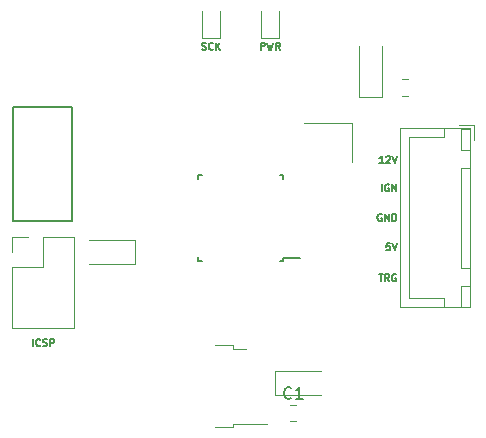
<source format=gbr>
G04 #@! TF.GenerationSoftware,KiCad,Pcbnew,(5.1.6-0-10_14)*
G04 #@! TF.CreationDate,2020-09-06T19:08:14+02:00*
G04 #@! TF.ProjectId,Tachometer pcb,54616368-6f6d-4657-9465-72207063622e,V2.0*
G04 #@! TF.SameCoordinates,Original*
G04 #@! TF.FileFunction,Legend,Top*
G04 #@! TF.FilePolarity,Positive*
%FSLAX46Y46*%
G04 Gerber Fmt 4.6, Leading zero omitted, Abs format (unit mm)*
G04 Created by KiCad (PCBNEW (5.1.6-0-10_14)) date 2020-09-06 19:08:14*
%MOMM*%
%LPD*%
G01*
G04 APERTURE LIST*
%ADD10C,0.150000*%
%ADD11C,0.120000*%
%ADD12C,0.127000*%
G04 APERTURE END LIST*
D10*
X137414285Y-115871428D02*
X137414285Y-115271428D01*
X138042857Y-115814285D02*
X138014285Y-115842857D01*
X137928571Y-115871428D01*
X137871428Y-115871428D01*
X137785714Y-115842857D01*
X137728571Y-115785714D01*
X137700000Y-115728571D01*
X137671428Y-115614285D01*
X137671428Y-115528571D01*
X137700000Y-115414285D01*
X137728571Y-115357142D01*
X137785714Y-115300000D01*
X137871428Y-115271428D01*
X137928571Y-115271428D01*
X138014285Y-115300000D01*
X138042857Y-115328571D01*
X138271428Y-115842857D02*
X138357142Y-115871428D01*
X138500000Y-115871428D01*
X138557142Y-115842857D01*
X138585714Y-115814285D01*
X138614285Y-115757142D01*
X138614285Y-115700000D01*
X138585714Y-115642857D01*
X138557142Y-115614285D01*
X138500000Y-115585714D01*
X138385714Y-115557142D01*
X138328571Y-115528571D01*
X138300000Y-115500000D01*
X138271428Y-115442857D01*
X138271428Y-115385714D01*
X138300000Y-115328571D01*
X138328571Y-115300000D01*
X138385714Y-115271428D01*
X138528571Y-115271428D01*
X138614285Y-115300000D01*
X138871428Y-115871428D02*
X138871428Y-115271428D01*
X139100000Y-115271428D01*
X139157142Y-115300000D01*
X139185714Y-115328571D01*
X139214285Y-115385714D01*
X139214285Y-115471428D01*
X139185714Y-115528571D01*
X139157142Y-115557142D01*
X139100000Y-115585714D01*
X138871428Y-115585714D01*
X156700000Y-90771428D02*
X156700000Y-90171428D01*
X156928571Y-90171428D01*
X156985714Y-90200000D01*
X157014285Y-90228571D01*
X157042857Y-90285714D01*
X157042857Y-90371428D01*
X157014285Y-90428571D01*
X156985714Y-90457142D01*
X156928571Y-90485714D01*
X156700000Y-90485714D01*
X157242857Y-90171428D02*
X157385714Y-90771428D01*
X157500000Y-90342857D01*
X157614285Y-90771428D01*
X157757142Y-90171428D01*
X158328571Y-90771428D02*
X158128571Y-90485714D01*
X157985714Y-90771428D02*
X157985714Y-90171428D01*
X158214285Y-90171428D01*
X158271428Y-90200000D01*
X158300000Y-90228571D01*
X158328571Y-90285714D01*
X158328571Y-90371428D01*
X158300000Y-90428571D01*
X158271428Y-90457142D01*
X158214285Y-90485714D01*
X157985714Y-90485714D01*
X151728571Y-90742857D02*
X151814285Y-90771428D01*
X151957142Y-90771428D01*
X152014285Y-90742857D01*
X152042857Y-90714285D01*
X152071428Y-90657142D01*
X152071428Y-90600000D01*
X152042857Y-90542857D01*
X152014285Y-90514285D01*
X151957142Y-90485714D01*
X151842857Y-90457142D01*
X151785714Y-90428571D01*
X151757142Y-90400000D01*
X151728571Y-90342857D01*
X151728571Y-90285714D01*
X151757142Y-90228571D01*
X151785714Y-90200000D01*
X151842857Y-90171428D01*
X151985714Y-90171428D01*
X152071428Y-90200000D01*
X152671428Y-90714285D02*
X152642857Y-90742857D01*
X152557142Y-90771428D01*
X152500000Y-90771428D01*
X152414285Y-90742857D01*
X152357142Y-90685714D01*
X152328571Y-90628571D01*
X152300000Y-90514285D01*
X152300000Y-90428571D01*
X152328571Y-90314285D01*
X152357142Y-90257142D01*
X152414285Y-90200000D01*
X152500000Y-90171428D01*
X152557142Y-90171428D01*
X152642857Y-90200000D01*
X152671428Y-90228571D01*
X152928571Y-90771428D02*
X152928571Y-90171428D01*
X153271428Y-90771428D02*
X153014285Y-90428571D01*
X153271428Y-90171428D02*
X152928571Y-90514285D01*
X166702500Y-109771428D02*
X167045357Y-109771428D01*
X166873928Y-110371428D02*
X166873928Y-109771428D01*
X167588214Y-110371428D02*
X167388214Y-110085714D01*
X167245357Y-110371428D02*
X167245357Y-109771428D01*
X167473928Y-109771428D01*
X167531071Y-109800000D01*
X167559642Y-109828571D01*
X167588214Y-109885714D01*
X167588214Y-109971428D01*
X167559642Y-110028571D01*
X167531071Y-110057142D01*
X167473928Y-110085714D01*
X167245357Y-110085714D01*
X168159642Y-109800000D02*
X168102500Y-109771428D01*
X168016785Y-109771428D01*
X167931071Y-109800000D01*
X167873928Y-109857142D01*
X167845357Y-109914285D01*
X167816785Y-110028571D01*
X167816785Y-110114285D01*
X167845357Y-110228571D01*
X167873928Y-110285714D01*
X167931071Y-110342857D01*
X168016785Y-110371428D01*
X168073928Y-110371428D01*
X168159642Y-110342857D01*
X168188214Y-110314285D01*
X168188214Y-110114285D01*
X168073928Y-110114285D01*
X167645357Y-107171428D02*
X167359642Y-107171428D01*
X167331071Y-107457142D01*
X167359642Y-107428571D01*
X167416785Y-107400000D01*
X167559642Y-107400000D01*
X167616785Y-107428571D01*
X167645357Y-107457142D01*
X167673928Y-107514285D01*
X167673928Y-107657142D01*
X167645357Y-107714285D01*
X167616785Y-107742857D01*
X167559642Y-107771428D01*
X167416785Y-107771428D01*
X167359642Y-107742857D01*
X167331071Y-107714285D01*
X167845357Y-107171428D02*
X168045357Y-107771428D01*
X168245357Y-107171428D01*
X166931071Y-104700000D02*
X166873928Y-104671428D01*
X166788214Y-104671428D01*
X166702500Y-104700000D01*
X166645357Y-104757142D01*
X166616785Y-104814285D01*
X166588214Y-104928571D01*
X166588214Y-105014285D01*
X166616785Y-105128571D01*
X166645357Y-105185714D01*
X166702500Y-105242857D01*
X166788214Y-105271428D01*
X166845357Y-105271428D01*
X166931071Y-105242857D01*
X166959642Y-105214285D01*
X166959642Y-105014285D01*
X166845357Y-105014285D01*
X167216785Y-105271428D02*
X167216785Y-104671428D01*
X167559642Y-105271428D01*
X167559642Y-104671428D01*
X167845357Y-105271428D02*
X167845357Y-104671428D01*
X167988214Y-104671428D01*
X168073928Y-104700000D01*
X168131071Y-104757142D01*
X168159642Y-104814285D01*
X168188214Y-104928571D01*
X168188214Y-105014285D01*
X168159642Y-105128571D01*
X168131071Y-105185714D01*
X168073928Y-105242857D01*
X167988214Y-105271428D01*
X167845357Y-105271428D01*
X166931071Y-102771428D02*
X166931071Y-102171428D01*
X167531071Y-102200000D02*
X167473928Y-102171428D01*
X167388214Y-102171428D01*
X167302500Y-102200000D01*
X167245357Y-102257142D01*
X167216785Y-102314285D01*
X167188214Y-102428571D01*
X167188214Y-102514285D01*
X167216785Y-102628571D01*
X167245357Y-102685714D01*
X167302500Y-102742857D01*
X167388214Y-102771428D01*
X167445357Y-102771428D01*
X167531071Y-102742857D01*
X167559642Y-102714285D01*
X167559642Y-102514285D01*
X167445357Y-102514285D01*
X167816785Y-102771428D02*
X167816785Y-102171428D01*
X168159642Y-102771428D01*
X168159642Y-102171428D01*
X167102500Y-100371428D02*
X166759642Y-100371428D01*
X166931071Y-100371428D02*
X166931071Y-99771428D01*
X166873928Y-99857142D01*
X166816785Y-99914285D01*
X166759642Y-99942857D01*
X167331071Y-99828571D02*
X167359642Y-99800000D01*
X167416785Y-99771428D01*
X167559642Y-99771428D01*
X167616785Y-99800000D01*
X167645357Y-99828571D01*
X167673928Y-99885714D01*
X167673928Y-99942857D01*
X167645357Y-100028571D01*
X167302500Y-100371428D01*
X167673928Y-100371428D01*
X167845357Y-99771428D02*
X168045357Y-100371428D01*
X168245357Y-99771428D01*
D11*
X159204922Y-120824000D02*
X159722078Y-120824000D01*
X159204922Y-122244000D02*
X159722078Y-122244000D01*
X152871000Y-122704000D02*
X154371000Y-122704000D01*
X154371000Y-122704000D02*
X154371000Y-122434000D01*
X154371000Y-122434000D02*
X157201000Y-122434000D01*
X152871000Y-115804000D02*
X154371000Y-115804000D01*
X154371000Y-115804000D02*
X154371000Y-116074000D01*
X154371000Y-116074000D02*
X155471000Y-116074000D01*
D12*
X135750000Y-95610000D02*
X140750000Y-95610000D01*
X140750000Y-95610000D02*
X140750000Y-105310000D01*
X140750000Y-105310000D02*
X135750000Y-105310000D01*
X135750000Y-105310000D02*
X135750000Y-95610000D01*
D11*
X146100000Y-108900000D02*
X146100000Y-106900000D01*
X146100000Y-106900000D02*
X142200000Y-106900000D01*
X146100000Y-108900000D02*
X142200000Y-108900000D01*
X151765000Y-87487500D02*
X151765000Y-89772500D01*
X151765000Y-89772500D02*
X153235000Y-89772500D01*
X153235000Y-89772500D02*
X153235000Y-87487500D01*
X135670000Y-114330000D02*
X140870000Y-114330000D01*
X135670000Y-109190000D02*
X135670000Y-114330000D01*
X140870000Y-106590000D02*
X140870000Y-114330000D01*
X135670000Y-109190000D02*
X138270000Y-109190000D01*
X138270000Y-109190000D02*
X138270000Y-106590000D01*
X138270000Y-106590000D02*
X140870000Y-106590000D01*
X135670000Y-107920000D02*
X135670000Y-106590000D01*
X135670000Y-106590000D02*
X137000000Y-106590000D01*
X164400000Y-100250000D02*
X164400000Y-96950000D01*
X164400000Y-96950000D02*
X160400000Y-96950000D01*
X156765000Y-87487500D02*
X156765000Y-89772500D01*
X156765000Y-89772500D02*
X158235000Y-89772500D01*
X158235000Y-89772500D02*
X158235000Y-87487500D01*
X165000000Y-90500000D02*
X165000000Y-94800000D01*
X165000000Y-94800000D02*
X167000000Y-94800000D01*
X167000000Y-94800000D02*
X167000000Y-90500000D01*
X174460000Y-97440000D02*
X168490000Y-97440000D01*
X168490000Y-97440000D02*
X168490000Y-112560000D01*
X168490000Y-112560000D02*
X174460000Y-112560000D01*
X174460000Y-112560000D02*
X174460000Y-97440000D01*
X174450000Y-100750000D02*
X173700000Y-100750000D01*
X173700000Y-100750000D02*
X173700000Y-109250000D01*
X173700000Y-109250000D02*
X174450000Y-109250000D01*
X174450000Y-109250000D02*
X174450000Y-100750000D01*
X174450000Y-97450000D02*
X173700000Y-97450000D01*
X173700000Y-97450000D02*
X173700000Y-99250000D01*
X173700000Y-99250000D02*
X174450000Y-99250000D01*
X174450000Y-99250000D02*
X174450000Y-97450000D01*
X174450000Y-110750000D02*
X173700000Y-110750000D01*
X173700000Y-110750000D02*
X173700000Y-112550000D01*
X173700000Y-112550000D02*
X174450000Y-112550000D01*
X174450000Y-112550000D02*
X174450000Y-110750000D01*
X172200000Y-97450000D02*
X172200000Y-98200000D01*
X172200000Y-98200000D02*
X169250000Y-98200000D01*
X169250000Y-98200000D02*
X169250000Y-105000000D01*
X172200000Y-112550000D02*
X172200000Y-111800000D01*
X172200000Y-111800000D02*
X169250000Y-111800000D01*
X169250000Y-111800000D02*
X169250000Y-105000000D01*
X174750000Y-98400000D02*
X174750000Y-97150000D01*
X174750000Y-97150000D02*
X173500000Y-97150000D01*
X169196078Y-94710000D02*
X168678922Y-94710000D01*
X169196078Y-93290000D02*
X168678922Y-93290000D01*
X157930000Y-118000000D02*
X157930000Y-120000000D01*
X157930000Y-120000000D02*
X161830000Y-120000000D01*
X157930000Y-118000000D02*
X161830000Y-118000000D01*
D10*
X158625000Y-108625000D02*
X158625000Y-108400000D01*
X151375000Y-108625000D02*
X151375000Y-108300000D01*
X151375000Y-101375000D02*
X151375000Y-101700000D01*
X158625000Y-101375000D02*
X158625000Y-101700000D01*
X158625000Y-108625000D02*
X158300000Y-108625000D01*
X158625000Y-101375000D02*
X158300000Y-101375000D01*
X151375000Y-101375000D02*
X151700000Y-101375000D01*
X151375000Y-108625000D02*
X151700000Y-108625000D01*
X158625000Y-108400000D02*
X160050000Y-108400000D01*
X159296833Y-120241142D02*
X159249214Y-120288761D01*
X159106357Y-120336380D01*
X159011119Y-120336380D01*
X158868261Y-120288761D01*
X158773023Y-120193523D01*
X158725404Y-120098285D01*
X158677785Y-119907809D01*
X158677785Y-119764952D01*
X158725404Y-119574476D01*
X158773023Y-119479238D01*
X158868261Y-119384000D01*
X159011119Y-119336380D01*
X159106357Y-119336380D01*
X159249214Y-119384000D01*
X159296833Y-119431619D01*
X160249214Y-120336380D02*
X159677785Y-120336380D01*
X159963500Y-120336380D02*
X159963500Y-119336380D01*
X159868261Y-119479238D01*
X159773023Y-119574476D01*
X159677785Y-119622095D01*
M02*

</source>
